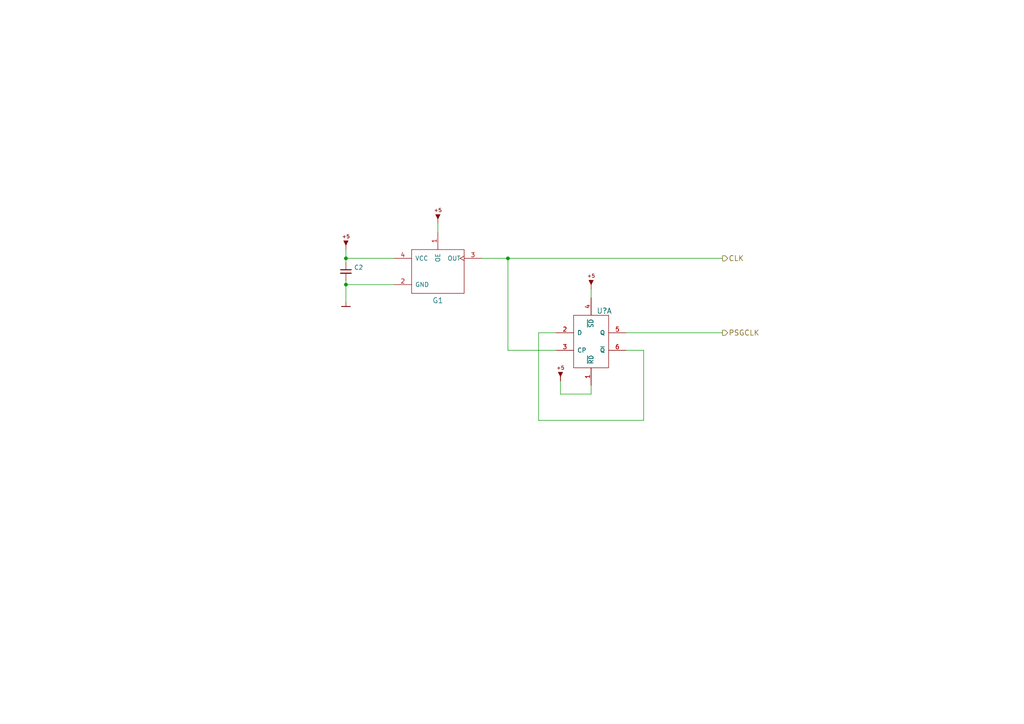
<source format=kicad_sch>
(kicad_sch (version 20211123) (generator eeschema)

  (uuid 3d927ca0-f4ad-42ab-b902-dfef8d84eebb)

  (paper "A4")

  (lib_symbols
    (symbol "artemisa:74HC74" (pin_names (offset 1.016)) (in_bom yes) (on_board yes)
      (property "Reference" "U" (id 0) (at 0 15.24 0)
        (effects (font (size 1.524 1.524)))
      )
      (property "Value" "74HC74" (id 1) (at 5.08 -10.16 0)
        (effects (font (size 1.524 1.524)))
      )
      (property "Footprint" "" (id 2) (at 0 -5.08 0)
        (effects (font (size 1.524 1.524)) hide)
      )
      (property "Datasheet" "" (id 3) (at 0 -5.08 0)
        (effects (font (size 1.524 1.524)) hide)
      )
      (symbol "74HC74_1_1"
        (rectangle (start -5.08 7.62) (end 5.08 -7.62)
          (stroke (width 0) (type default) (color 0 0 0 0))
          (fill (type none))
        )
        (pin input line (at 0 -12.7 90) (length 5.08)
          (name "~{RD}" (effects (font (size 1.27 1.27))))
          (number "1" (effects (font (size 1.27 1.27))))
        )
        (pin input line (at -10.16 2.54 0) (length 5.08)
          (name "D" (effects (font (size 1.27 1.27))))
          (number "2" (effects (font (size 1.27 1.27))))
        )
        (pin input line (at -10.16 -2.54 0) (length 5.08)
          (name "CP" (effects (font (size 1.27 1.27))))
          (number "3" (effects (font (size 1.27 1.27))))
        )
        (pin input line (at 0 12.7 270) (length 5.08)
          (name "~{SD}" (effects (font (size 1.27 1.27))))
          (number "4" (effects (font (size 1.27 1.27))))
        )
        (pin output line (at 10.16 2.54 180) (length 5.08)
          (name "Q" (effects (font (size 1.27 1.27))))
          (number "5" (effects (font (size 1.27 1.27))))
        )
        (pin output line (at 10.16 -2.54 180) (length 5.08)
          (name "~{Q}" (effects (font (size 1.27 1.27))))
          (number "6" (effects (font (size 1.27 1.27))))
        )
      )
      (symbol "74HC74_2_1"
        (rectangle (start -5.08 7.62) (end 5.08 -7.62)
          (stroke (width 0) (type default) (color 0 0 0 0))
          (fill (type none))
        )
        (pin input line (at 0 12.7 270) (length 5.08)
          (name "~{SD}" (effects (font (size 1.27 1.27))))
          (number "10" (effects (font (size 1.27 1.27))))
        )
        (pin input line (at -10.16 -2.54 0) (length 5.08)
          (name "CP" (effects (font (size 1.27 1.27))))
          (number "11" (effects (font (size 1.27 1.27))))
        )
        (pin input line (at -10.16 2.54 0) (length 5.08)
          (name "D" (effects (font (size 1.27 1.27))))
          (number "12" (effects (font (size 1.27 1.27))))
        )
        (pin input line (at 0 -12.7 90) (length 5.08)
          (name "~{RD}" (effects (font (size 1.27 1.27))))
          (number "13" (effects (font (size 1.27 1.27))))
        )
        (pin output line (at 10.16 -2.54 180) (length 5.08)
          (name "~{Q}" (effects (font (size 1.27 1.27))))
          (number "8" (effects (font (size 1.27 1.27))))
        )
        (pin output line (at 10.16 2.54 180) (length 5.08)
          (name "Q" (effects (font (size 1.27 1.27))))
          (number "9" (effects (font (size 1.27 1.27))))
        )
      )
      (symbol "74HC74_3_1"
        (rectangle (start -3.81 -5.08) (end 3.81 5.08)
          (stroke (width 0) (type default) (color 0 0 0 0))
          (fill (type none))
        )
        (pin power_in line (at 0 7.62 270) (length 2.54)
          (name "VCC" (effects (font (size 1.27 1.27))))
          (number "14" (effects (font (size 1.27 1.27))))
        )
        (pin power_in line (at 0 -7.62 90) (length 2.54)
          (name "GND" (effects (font (size 1.27 1.27))))
          (number "7" (effects (font (size 1.27 1.27))))
        )
      )
    )
    (symbol "artemisa:Cap" (pin_numbers hide) (pin_names (offset 0.254) hide) (in_bom yes) (on_board yes)
      (property "Reference" "C" (id 0) (at 0.254 1.778 0)
        (effects (font (size 1.27 1.27)) (justify left))
      )
      (property "Value" "Cap" (id 1) (at 0.254 -2.032 0)
        (effects (font (size 1.27 1.27)) (justify left))
      )
      (property "Footprint" "" (id 2) (at 0 0 0)
        (effects (font (size 1.27 1.27)) hide)
      )
      (property "Datasheet" "" (id 3) (at 0 0 0)
        (effects (font (size 1.27 1.27)) hide)
      )
      (property "ki_fp_filters" "C_*" (id 4) (at 0 0 0)
        (effects (font (size 1.27 1.27)) hide)
      )
      (symbol "Cap_0_1"
        (polyline
          (pts
            (xy -1.524 -0.508)
            (xy 1.524 -0.508)
          )
          (stroke (width 0.3302) (type default) (color 0 0 0 0))
          (fill (type none))
        )
        (polyline
          (pts
            (xy -1.524 0.508)
            (xy 1.524 0.508)
          )
          (stroke (width 0.3048) (type default) (color 0 0 0 0))
          (fill (type none))
        )
      )
      (symbol "Cap_1_1"
        (pin passive line (at 0 2.54 270) (length 2.032)
          (name "~" (effects (font (size 1.27 1.27))))
          (number "1" (effects (font (size 1.27 1.27))))
        )
        (pin passive line (at 0 -2.54 90) (length 2.032)
          (name "~" (effects (font (size 1.27 1.27))))
          (number "2" (effects (font (size 1.27 1.27))))
        )
      )
    )
    (symbol "artemisa:GND" (power) (pin_numbers hide) (pin_names (offset 0) hide) (in_bom yes) (on_board yes)
      (property "Reference" "#PWR" (id 0) (at 0 -2.54 0)
        (effects (font (size 1.524 1.524)) hide)
      )
      (property "Value" "GND" (id 1) (at 0 2.54 0)
        (effects (font (size 1.524 1.524)) hide)
      )
      (property "Footprint" "" (id 2) (at 0 0 0)
        (effects (font (size 1.524 1.524)) hide)
      )
      (property "Datasheet" "" (id 3) (at 0 0 0)
        (effects (font (size 1.524 1.524)) hide)
      )
      (symbol "GND_0_1"
        (polyline
          (pts
            (xy -1.27 -1.27)
            (xy 1.27 -1.27)
          )
          (stroke (width 0.254) (type default) (color 0 0 0 0))
          (fill (type none))
        )
      )
      (symbol "GND_1_1"
        (pin power_in line (at 0 0 270) (length 1.27)
          (name "GND" (effects (font (size 1.27 1.27))))
          (number "~" (effects (font (size 1.27 1.27))))
        )
      )
    )
    (symbol "artemisa:SG7050" (pin_names (offset 1.016)) (in_bom yes) (on_board yes)
      (property "Reference" "G" (id 0) (at 5.08 7.62 0)
        (effects (font (size 1.524 1.524)))
      )
      (property "Value" "SG7050" (id 1) (at 0 -7.62 0)
        (effects (font (size 1.524 1.524)))
      )
      (property "Footprint" "" (id 2) (at 0 0 0)
        (effects (font (size 1.524 1.524)) hide)
      )
      (property "Datasheet" "https://www5.epsondevice.com/en/products/crystal_oscillator/sg7050ccn.html" (id 3) (at 0 0 0)
        (effects (font (size 1.524 1.524)) hide)
      )
      (symbol "SG7050_0_1"
        (rectangle (start -7.62 -6.35) (end 7.62 6.35)
          (stroke (width 0) (type default) (color 0 0 0 0))
          (fill (type none))
        )
      )
      (symbol "SG7050_1_1"
        (pin input line (at 0 11.43 270) (length 5.08)
          (name "OE" (effects (font (size 1.27 1.27))))
          (number "1" (effects (font (size 1.27 1.27))))
        )
        (pin power_in line (at -12.7 -3.81 0) (length 5.08)
          (name "GND" (effects (font (size 1.27 1.27))))
          (number "2" (effects (font (size 1.27 1.27))))
        )
        (pin output clock (at 12.7 3.81 180) (length 5.08)
          (name "OUT" (effects (font (size 1.27 1.27))))
          (number "3" (effects (font (size 1.27 1.27))))
        )
        (pin power_in line (at -12.7 3.81 0) (length 5.08)
          (name "VCC" (effects (font (size 1.27 1.27))))
          (number "4" (effects (font (size 1.27 1.27))))
        )
      )
    )
    (symbol "artemisa:VCC" (power) (pin_numbers hide) (pin_names (offset 0) hide) (in_bom yes) (on_board yes)
      (property "Reference" "#PWR" (id 0) (at 0 -1.27 0)
        (effects (font (size 1.524 1.524)) hide)
      )
      (property "Value" "VCC" (id 1) (at 0 6.35 0)
        (effects (font (size 1.524 1.524)) hide)
      )
      (property "Footprint" "" (id 2) (at 0 0 0)
        (effects (font (size 1.524 1.524)) hide)
      )
      (property "Datasheet" "" (id 3) (at 0 0 0)
        (effects (font (size 1.524 1.524)) hide)
      )
      (symbol "VCC_0_0"
        (text "+5" (at 0 3.81 0)
          (effects (font (size 1.016 1.016)))
        )
      )
      (symbol "VCC_0_1"
        (polyline
          (pts
            (xy 0 1.27)
            (xy 0.635 2.54)
            (xy -0.635 2.54)
            (xy 0 1.27)
          )
          (stroke (width 0) (type default) (color 0 0 0 0))
          (fill (type outline))
        )
      )
      (symbol "VCC_1_1"
        (pin power_in line (at 0 0 90) (length 1.27)
          (name "~" (effects (font (size 1.27 1.27))))
          (number "~" (effects (font (size 1.27 1.27))))
        )
      )
    )
  )

  (junction (at 147.32 74.93) (diameter 0) (color 0 0 0 0)
    (uuid 96930a67-6215-4f2b-a9cc-16f78c9fd164)
  )
  (junction (at 100.33 82.55) (diameter 0) (color 0 0 0 0)
    (uuid b9e0ba15-f372-4a9e-a627-d594778258ac)
  )
  (junction (at 100.33 74.93) (diameter 0) (color 0 0 0 0)
    (uuid eb5c3818-51cd-4092-a6a2-1d306912382e)
  )

  (wire (pts (xy 147.32 101.6) (xy 161.29 101.6))
    (stroke (width 0) (type default) (color 0 0 0 0))
    (uuid 27b5a6bb-bf08-4e16-abae-290afd548f36)
  )
  (wire (pts (xy 186.69 101.6) (xy 186.69 121.92))
    (stroke (width 0) (type default) (color 0 0 0 0))
    (uuid 2fa17bd4-23af-495d-84c8-95f8b6beb5a8)
  )
  (wire (pts (xy 147.32 101.6) (xy 147.32 74.93))
    (stroke (width 0) (type default) (color 0 0 0 0))
    (uuid 325006ce-4c23-4f07-9871-dc0cd047f7fd)
  )
  (wire (pts (xy 162.56 114.3) (xy 162.56 110.49))
    (stroke (width 0) (type default) (color 0 0 0 0))
    (uuid 345a9ac1-be31-400b-9c5d-4af388112d4b)
  )
  (wire (pts (xy 139.7 74.93) (xy 147.32 74.93))
    (stroke (width 0) (type default) (color 0 0 0 0))
    (uuid 4736f749-4a0e-4a05-b1aa-d51f1c3fc23d)
  )
  (wire (pts (xy 100.33 81.28) (xy 100.33 82.55))
    (stroke (width 0) (type default) (color 0 0 0 0))
    (uuid 58a22765-7f2e-4f66-9ea8-f56fcca75dda)
  )
  (wire (pts (xy 171.45 111.76) (xy 171.45 114.3))
    (stroke (width 0) (type default) (color 0 0 0 0))
    (uuid 74796a55-82bc-4f74-9e9c-c7cb232069e3)
  )
  (wire (pts (xy 186.69 121.92) (xy 156.21 121.92))
    (stroke (width 0) (type default) (color 0 0 0 0))
    (uuid 76d9276c-0bff-44cf-81b5-cc0de1c97f12)
  )
  (wire (pts (xy 114.3 82.55) (xy 100.33 82.55))
    (stroke (width 0) (type default) (color 0 0 0 0))
    (uuid 7da919a6-904e-41c7-b0f6-91d865a93890)
  )
  (wire (pts (xy 171.45 114.3) (xy 162.56 114.3))
    (stroke (width 0) (type default) (color 0 0 0 0))
    (uuid 835ada2e-dc88-46f5-b472-12f6a1e8c9f4)
  )
  (wire (pts (xy 181.61 101.6) (xy 186.69 101.6))
    (stroke (width 0) (type default) (color 0 0 0 0))
    (uuid 961e37cd-505c-40aa-baef-0a680d665d8f)
  )
  (wire (pts (xy 147.32 74.93) (xy 209.55 74.93))
    (stroke (width 0) (type default) (color 0 0 0 0))
    (uuid b08a146a-6e43-46ac-8c31-9d5442623eb3)
  )
  (wire (pts (xy 156.21 96.52) (xy 161.29 96.52))
    (stroke (width 0) (type default) (color 0 0 0 0))
    (uuid b6fc4182-53d3-44c8-80e1-53918daa9139)
  )
  (wire (pts (xy 100.33 82.55) (xy 100.33 87.63))
    (stroke (width 0) (type default) (color 0 0 0 0))
    (uuid b748f219-0f44-41d7-bcf2-9a96e7f8b594)
  )
  (wire (pts (xy 100.33 74.93) (xy 114.3 74.93))
    (stroke (width 0) (type default) (color 0 0 0 0))
    (uuid c3c15276-82a5-4b64-990f-7f503a97141e)
  )
  (wire (pts (xy 171.45 83.82) (xy 171.45 86.36))
    (stroke (width 0) (type default) (color 0 0 0 0))
    (uuid cf672f56-2d68-4c6c-a783-23e23c937b72)
  )
  (wire (pts (xy 100.33 76.2) (xy 100.33 74.93))
    (stroke (width 0) (type default) (color 0 0 0 0))
    (uuid d28c26df-aeff-4f6a-a1dc-f734efaf55cb)
  )
  (wire (pts (xy 156.21 121.92) (xy 156.21 96.52))
    (stroke (width 0) (type default) (color 0 0 0 0))
    (uuid e03d7bc9-2bd0-42b5-96ba-4ca164fb4c50)
  )
  (wire (pts (xy 127 64.77) (xy 127 67.31))
    (stroke (width 0) (type default) (color 0 0 0 0))
    (uuid e51830a2-6dc5-4f13-834b-b490ff3a07e5)
  )
  (wire (pts (xy 181.61 96.52) (xy 209.55 96.52))
    (stroke (width 0) (type default) (color 0 0 0 0))
    (uuid e721274f-b458-4ab5-8d4d-44bffaffa7c9)
  )
  (wire (pts (xy 100.33 72.39) (xy 100.33 74.93))
    (stroke (width 0) (type default) (color 0 0 0 0))
    (uuid fd27925d-9b2e-4663-bdb7-e46b9715b801)
  )

  (hierarchical_label "PSGCLK" (shape output) (at 209.55 96.52 0)
    (effects (font (size 1.524 1.524)) (justify left))
    (uuid 764ce9a2-c363-448f-a68c-a7dbf5cd80c1)
  )
  (hierarchical_label "CLK" (shape output) (at 209.55 74.93 0)
    (effects (font (size 1.524 1.524)) (justify left))
    (uuid 8847e751-6992-4f80-92c5-c3bef4b5dbf6)
  )

  (symbol (lib_id "artemisa:74HC74") (at 171.45 99.06 0) (unit 1)
    (in_bom yes) (on_board yes)
    (uuid 00000000-0000-0000-0000-00005bfe5cc0)
    (property "Reference" "U?" (id 0) (at 175.26 90.17 0)
      (effects (font (size 1.524 1.524)))
    )
    (property "Value" "" (id 1) (at 176.53 109.22 0)
      (effects (font (size 1.524 1.524)))
    )
    (property "Footprint" "" (id 2) (at 171.45 104.14 0)
      (effects (font (size 1.524 1.524)) hide)
    )
    (property "Datasheet" "" (id 3) (at 171.45 104.14 0)
      (effects (font (size 1.524 1.524)) hide)
    )
    (pin "1" (uuid 4b9f66ac-7648-42bc-a33f-c121d6a3f822))
    (pin "2" (uuid 791c50b4-352a-490b-b0da-8762615e4520))
    (pin "3" (uuid 40bfb65c-939e-4197-86e3-6cf6a69d7e87))
    (pin "4" (uuid afea6a16-f8f4-4ca1-a9fd-72414bb3f1f2))
    (pin "5" (uuid 4451a169-326b-4ea5-98a4-34b43dbe20d5))
    (pin "6" (uuid 84847bbf-1fe6-4ed8-a373-9509cff409cf))
    (pin "10" (uuid 662606c8-aaf1-4232-93cf-2451973718d4))
    (pin "11" (uuid 9b8a176a-79a3-459e-8dd3-801628986fde))
    (pin "12" (uuid efb07059-b232-415f-82e7-2121df62d44e))
    (pin "13" (uuid 3663e84d-fbb5-4cbb-a94c-3bf2e0f4528b))
    (pin "8" (uuid 711d27c5-efee-45ca-9b31-41d211608a1f))
    (pin "9" (uuid 5c63621d-ec4d-4786-b82a-0c343c64d5c6))
    (pin "14" (uuid 0985b497-b03a-4484-9da9-bc0206e0cfbd))
    (pin "7" (uuid 6a8c9545-2ebc-4800-b1d5-30a9f4b64728))
  )

  (symbol (lib_id "artemisa:VCC") (at 171.45 83.82 0) (unit 1)
    (in_bom yes) (on_board yes)
    (uuid 00000000-0000-0000-0000-00005db548b1)
    (property "Reference" "#PWR0127" (id 0) (at 171.45 85.09 0)
      (effects (font (size 1.524 1.524)) hide)
    )
    (property "Value" "" (id 1) (at 171.45 77.47 0)
      (effects (font (size 1.524 1.524)) hide)
    )
    (property "Footprint" "" (id 2) (at 171.45 83.82 0)
      (effects (font (size 1.524 1.524)) hide)
    )
    (property "Datasheet" "" (id 3) (at 171.45 83.82 0)
      (effects (font (size 1.524 1.524)) hide)
    )
    (pin "~" (uuid c719e44a-a7cf-4402-b739-a46a404f89a2))
  )

  (symbol (lib_id "artemisa:VCC") (at 162.56 110.49 0) (unit 1)
    (in_bom yes) (on_board yes)
    (uuid 00000000-0000-0000-0000-00005db54e87)
    (property "Reference" "#PWR0130" (id 0) (at 162.56 111.76 0)
      (effects (font (size 1.524 1.524)) hide)
    )
    (property "Value" "" (id 1) (at 162.56 104.14 0)
      (effects (font (size 1.524 1.524)) hide)
    )
    (property "Footprint" "" (id 2) (at 162.56 110.49 0)
      (effects (font (size 1.524 1.524)) hide)
    )
    (property "Datasheet" "" (id 3) (at 162.56 110.49 0)
      (effects (font (size 1.524 1.524)) hide)
    )
    (pin "~" (uuid 6eb1781a-4418-45eb-995f-e2c7b4183f51))
  )

  (symbol (lib_id "artemisa:SG7050") (at 127 78.74 0) (unit 1)
    (in_bom yes) (on_board yes)
    (uuid 00000000-0000-0000-0000-00005ef4f553)
    (property "Reference" "G1" (id 0) (at 127 87.1474 0)
      (effects (font (size 1.524 1.524)))
    )
    (property "Value" "" (id 1) (at 127 89.8398 0)
      (effects (font (size 1.524 1.524)))
    )
    (property "Footprint" "" (id 2) (at 127 78.74 0)
      (effects (font (size 1.524 1.524)) hide)
    )
    (property "Datasheet" "https://www5.epsondevice.com/en/products/crystal_oscillator/sg7050ccn.html" (id 3) (at 127 78.74 0)
      (effects (font (size 1.524 1.524)) hide)
    )
    (pin "1" (uuid 88a3fa09-9050-4a94-a796-98b43c4981e7))
    (pin "2" (uuid 149f0dc4-9b74-4a1a-a37b-7eb355956a7a))
    (pin "3" (uuid 81590f65-289d-4cbd-9a21-bee45953732b))
    (pin "4" (uuid b46e4178-12e8-455c-a14d-979ddc1da965))
  )

  (symbol (lib_id "artemisa:VCC") (at 127 64.77 0) (unit 1)
    (in_bom yes) (on_board yes)
    (uuid 00000000-0000-0000-0000-00005ef50af6)
    (property "Reference" "#PWR06" (id 0) (at 127 66.04 0)
      (effects (font (size 1.524 1.524)) hide)
    )
    (property "Value" "" (id 1) (at 127 58.42 0)
      (effects (font (size 1.524 1.524)) hide)
    )
    (property "Footprint" "" (id 2) (at 127 64.77 0)
      (effects (font (size 1.524 1.524)) hide)
    )
    (property "Datasheet" "" (id 3) (at 127 64.77 0)
      (effects (font (size 1.524 1.524)) hide)
    )
    (pin "~" (uuid f1d1d138-429d-427c-b704-7272437d0214))
  )

  (symbol (lib_id "artemisa:VCC") (at 100.33 72.39 0) (unit 1)
    (in_bom yes) (on_board yes)
    (uuid 00000000-0000-0000-0000-00005ef50d1c)
    (property "Reference" "#PWR011" (id 0) (at 100.33 73.66 0)
      (effects (font (size 1.524 1.524)) hide)
    )
    (property "Value" "" (id 1) (at 100.33 66.04 0)
      (effects (font (size 1.524 1.524)) hide)
    )
    (property "Footprint" "" (id 2) (at 100.33 72.39 0)
      (effects (font (size 1.524 1.524)) hide)
    )
    (property "Datasheet" "" (id 3) (at 100.33 72.39 0)
      (effects (font (size 1.524 1.524)) hide)
    )
    (pin "~" (uuid 9bdc1c4a-b5e8-4104-8343-beab0b766ae2))
  )

  (symbol (lib_id "artemisa:GND") (at 100.33 87.63 0) (unit 1)
    (in_bom yes) (on_board yes)
    (uuid 00000000-0000-0000-0000-00005ef513dc)
    (property "Reference" "#PWR012" (id 0) (at 100.33 90.17 0)
      (effects (font (size 1.524 1.524)) hide)
    )
    (property "Value" "" (id 1) (at 100.33 85.09 0)
      (effects (font (size 1.524 1.524)) hide)
    )
    (property "Footprint" "" (id 2) (at 100.33 87.63 0)
      (effects (font (size 1.524 1.524)) hide)
    )
    (property "Datasheet" "" (id 3) (at 100.33 87.63 0)
      (effects (font (size 1.524 1.524)) hide)
    )
    (pin "~" (uuid fb9fd0cb-b849-4e64-8a61-8cf837849888))
  )

  (symbol (lib_id "artemisa:Cap") (at 100.33 78.74 0) (unit 1)
    (in_bom yes) (on_board yes)
    (uuid 00000000-0000-0000-0000-00005ef51a96)
    (property "Reference" "C2" (id 0) (at 102.6668 77.5716 0)
      (effects (font (size 1.27 1.27)) (justify left))
    )
    (property "Value" "" (id 1) (at 102.6668 79.883 0)
      (effects (font (size 1.27 1.27)) (justify left))
    )
    (property "Footprint" "" (id 2) (at 100.33 78.74 0)
      (effects (font (size 1.27 1.27)) hide)
    )
    (property "Datasheet" "" (id 3) (at 100.33 78.74 0)
      (effects (font (size 1.27 1.27)) hide)
    )
    (pin "1" (uuid a1aad2b7-d537-4ebe-9600-9849a0eda02a))
    (pin "2" (uuid b298629a-6446-4c5e-b89f-d777a2adc734))
  )
)

</source>
